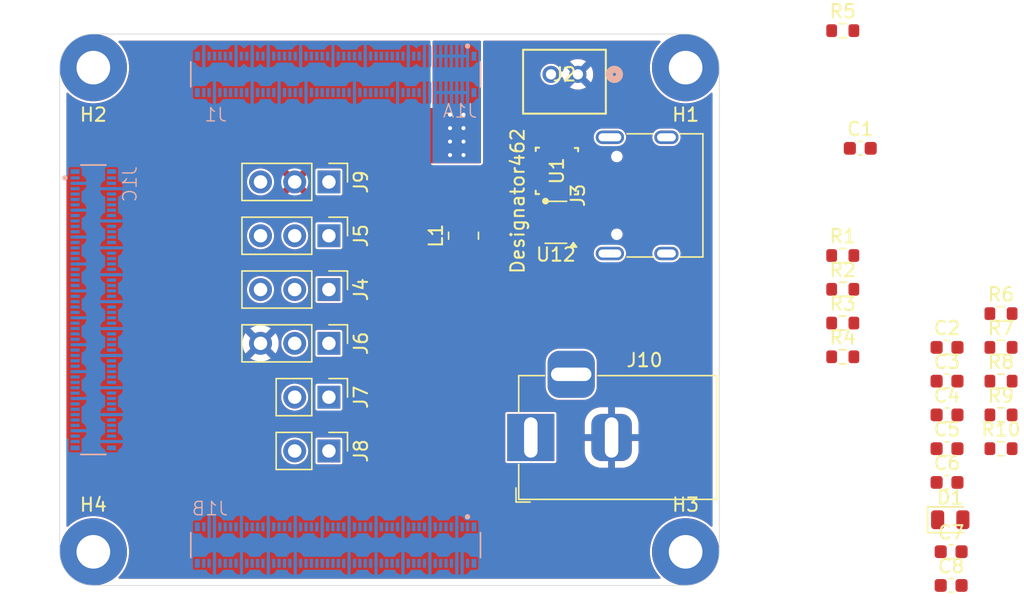
<source format=kicad_pcb>
(kicad_pcb (version 20241229) (generator "pcbnew") (generator_version "9.0")
  (layers (0 "F.Cu" signal) (2 "B.Cu" signal) (13 "F.Paste" user) (15 "B.Paste" user) (5 "F.SilkS" user "F.Silkscreen") (7 "B.SilkS" user "B.Silkscreen") (1 "F.Mask" user) (3 "B.Mask" user) (25 "Edge.Cuts" user))
  (net 0 "")
  (net 9 "/USB_D+")
  (net 14 "/USB_D-")
  (net 19 "V_USB")
  (net 27 "Net-(J3-SHIELD)")
  (net 30 "Net-(J3-CC1)")
  (net 34 "Net-(J3-CC2)")
  (net 42 "Net-(U12-VP)")
  (net 49 "/USB_SOM_D+")
  (net 53 "/USB_SOM_D-")
  (net 59 "VBAT")
  (net 61 "/USB_POW_D-")
  (net 65 "/USB_POW_D+")
  (net 256 "GND")
  (net 259 "Net-(U1-PMID)")
  (net 260 "Net-(D1-A)")
  (net 261 "+5V")
  (net 263 "Net-(J6-Pin_1)")
  (net 265 "Net-(J6-Pin_2)")
  (net 266 "Net-(J7-Pin_1)")
  (net 267 "/SCL")
  (net 268 "/SDA")
  (net 270 "Net-(J8-Pin_1)")
  (net 271 "VREG_OUT")
  (net 272 "Vps")
  (net 273 "Net-(U1-SW)")
  (net 274 "Net-(U1-STAT)")
  (net 275 "Net-(U1-BTST)")
  (net 276 "Net-(U1-REGN)")
  (net 277 "/~{CSn}")
  (footprint "Connector_USB:USB_C_Receptacle_G-Switch_GT-USB-7010ASV" (layer "F.Cu") (at 141.225004 112.645 90)
    (property "Reference" "J3")
    (property "Value" "USB_C_Receptacle_USB2.0_16P")
  )
  (footprint "Resistor_SMD:R_0603_1608Metric" (layer "F.Cu") (at 155.400004 119.625)
    (property "Reference" "R2")
    (property "Value" "5.1k")
  )
  (footprint "MountingHole:MountingHole_2.5mm_Pad_TopBottom" (layer "F.Cu") (at 143.724998 103.145)
    (property "Reference" "H1")
    (property "Value" "MountingHole_Pad")
  )
  (footprint "Resistor_SMD:R_0603_1608Metric" (layer "F.Cu") (at 155.400004 122.135)
    (property "Reference" "R3")
    (property "Value" "5.1k")
  )
  (footprint "BQ25629RYKR:RYK0018A-MFG" (layer "F.Cu") (at 134.163754 110.82 90)
    (property "Reference" "U1")
    (property "Value" "BQ25629RYKR")
  )
  (footprint "MountingHole:MountingHole_2.5mm_Pad_TopBottom" (layer "F.Cu") (at 143.724998 139.145)
    (property "Reference" "H3")
    (property "Value" "MountingHole_Pad")
  )
  (footprint "Inductor_SMD:L_1008_2520Metric_Pad1.43x2.20mm_HandSolder" (layer "F.Cu") (at 127.225004 115.645 90)
    (property "Reference" "L1")
    (property "Value" "L")
  )
  (footprint "Capacitor_SMD:C_0603_1608Metric" (layer "F.Cu") (at 163.145004 128.965)
    (property "Reference" "C4")
    (property "Value" "0.1uf")
  )
  (footprint "Capacitor_SMD:C_0603_1608Metric" (layer "F.Cu") (at 163.145004 126.455)
    (property "Reference" "C3")
    (property "Value" "10uf")
  )
  (footprint "JST_Pins:CONN2_B2B-PH-K-S_JST" (layer "F.Cu") (at 135.725004 103.645)
    (property "Reference" "J2")
    (property "Value" "B2B-PH-K-S")
  )
  (footprint "Package_TO_SOT_SMD:SOT-23-6" (layer "F.Cu") (at 134.087504 114.645 180)
    (property "Reference" "U12")
    (property "Value" "SRV05-4")
  )
  (footprint "Resistor_SMD:R_0603_1608Metric" (layer "F.Cu") (at 167.155004 126.455)
    (property "Reference" "R8")
    (property "Value" "4.7k")
  )
  (footprint "Connector_PinHeader_2.54mm:PinHeader_1x03_P2.54mm_Vertical" (layer "F.Cu") (at 117.225004 123.645 -90)
    (property "Reference" "J6")
    (property "Value" "Conn_01x03")
  )
  (footprint "MountingHole:MountingHole_2.5mm_Pad_TopBottom" (layer "F.Cu") (at 99.725005 103.145)
    (property "Reference" "H2")
    (property "Value" "MountingHole_Pad")
  )
  (footprint "MountingHole:MountingHole_2.5mm_Pad_TopBottom" (layer "F.Cu") (at 99.725005 139.145)
    (property "Reference" "H4")
    (property "Value" "MountingHole_Pad")
  )
  (footprint "Capacitor_SMD:C_0603_1608Metric" (layer "F.Cu") (at 163.145004 131.475)
    (property "Reference" "C5")
    (property "Value" "10uf")
  )
  (footprint "Resistor_SMD:R_0603_1608Metric" (layer "F.Cu") (at 155.400004 100.395)
    (property "Reference" "R5")
    (property "Value" "100k")
  )
  (footprint "Connector_PinHeader_2.54mm:PinHeader_1x02_P2.54mm_Vertical" (layer "F.Cu") (at 117.225004 127.645 -90)
    (property "Reference" "J7")
    (property "Value" "Conn_01x02")
  )
  (footprint "Connector_BarrelJack:BarrelJack_Horizontal" (layer "F.Cu") (at 132.225004 130.645 180)
    (property "Reference" "J10")
    (property "Value" "Barrel_Jack_MountingPin")
  )
  (footprint "Connector_PinHeader_2.54mm:PinHeader_1x02_P2.54mm_Vertical" (layer "F.Cu") (at 117.225004 131.645 -90)
    (property "Reference" "J8")
    (property "Value" "Conn_01x02")
  )
  (footprint "Capacitor_SMD:C_0603_1608Metric" (layer "F.Cu") (at 163.145004 133.985)
    (property "Reference" "C6")
    (property "Value" "0.1uf")
  )
  (footprint "Capacitor_SMD:C_0603_1608Metric" (layer "F.Cu") (at 163.450004 141.645)
    (property "Reference" "C8")
    (property "Value" "47 nF")
  )
  (footprint "Resistor_SMD:R_0603_1608Metric" (layer "F.Cu") (at 155.400004 117.115)
    (property "Reference" "R1")
    (property "Value" "5.1k")
  )
  (footprint "Capacitor_SMD:C_0603_1608Metric" (layer "F.Cu") (at 163.450004 139.135)
    (property "Reference" "C7")
    (property "Value" "4.7 uF")
  )
  (footprint "Connector_PinHeader_2.54mm:PinHeader_1x03_P2.54mm_Vertical" (layer "F.Cu") (at 117.225004 111.645 -90)
    (property "Reference" "J9")
    (property "Value" "Conn_01x03")
  )
  (footprint "Capacitor_SMD:C_0603_1608Metric" (layer "F.Cu") (at 163.145004 123.945)
    (property "Reference" "C2")
    (property "Value" "0.1uf")
  )
  (footprint "Capacitor_SMD:C_0603_1608Metric" (layer "F.Cu") (at 156.700004 109.145)
    (property "Reference" "C1")
    (property "Value" "10uf")
  )
  (footprint "Resistor_SMD:R_0603_1608Metric" (layer "F.Cu") (at 167.155004 131.475)
    (property "Reference" "R10")
    (property "Value" "10K")
  )
  (footprint "Connector_PinHeader_2.54mm:PinHeader_1x03_P2.54mm_Vertical" (layer "F.Cu") (at 117.225004 115.645 -90)
    (property "Reference" "J5")
    (property "Value" "Conn_01x03")
  )
  (footprint "LED_SMD:LED_0805_2012Metric" (layer "F.Cu") (at 163.385004 136.76)
    (property "Reference" "D1")
    (property "Value" "LED")
  )
  (footprint "Connector_PinHeader_2.54mm:PinHeader_1x03_P2.54mm_Vertical" (layer "F.Cu") (at 117.225004 119.645 -90)
    (property "Reference" "J4")
    (property "Value" "Conn_01x03")
  )
  (footprint "Resistor_SMD:R_0603_1608Metric" (layer "F.Cu") (at 167.155004 128.965)
    (property "Reference" "R9")
    (property "Value" "4.7k")
  )
  (footprint "Resistor_SMD:R_0603_1608Metric" (layer "F.Cu") (at 167.155004 121.435)
    (property "Reference" "R6")
    (property "Value" "330")
  )
  (footprint "Resistor_SMD:R_0603_1608Metric" (layer "F.Cu") (at 155.400004 124.645)
    (property "Reference" "R4")
    (property "Value" "1M")
  )
  (footprint "Resistor_SMD:R_0603_1608Metric" (layer "F.Cu") (at 167.155004 123.945)
    (property "Reference" "R7")
    (property "Value" "10K")
  )
  (footprint "footprint_Zynq_SoM:Zynq_SoM" (layer "B.Cu") (at 143.570618 100.148904 180)
    (property "Reference" "J1")
    (property "Value" "Zynq_SoM")
  )
  (gr_arc (start 146.224998 139.145) (mid 145.492765 140.912767) (end 143.724998 141.645) (stroke (width 0.05)) (layer "Edge.Cuts"))
  (gr_line (start 99.725005 141.645) (end 143.724998 141.645) (stroke (width 0.05)) (layer "Edge.Cuts"))
  (gr_arc (start 97.225005 103.145) (mid 97.957238 101.377233) (end 99.725005 100.645) (stroke (width 0.05)) (layer "Edge.Cuts"))
  (gr_line (start 97.225005 103.145) (end 97.225005 139.145) (stroke (width 0.05)) (layer "Edge.Cuts"))
  (gr_line (start 143.724998 100.645) (end 99.725005 100.645) (stroke (width 0.05)) (layer "Edge.Cuts"))
  (gr_line (start 146.224998 139.145) (end 146.224998 103.145) (stroke (width 0.05)) (layer "Edge.Cuts"))
  (gr_arc (start 99.725005 141.645) (mid 97.957238 140.912767) (end 97.225005 139.145) (stroke (width 0.05)) (layer "Edge.Cuts"))
  (gr_arc (start 143.724998 100.645) (mid 145.492765 101.377233) (end 146.224998 103.145) (stroke (width 0.05)) (layer "Edge.Cuts"))
  (segment (start 136.025004 112.895) (end 135.225004 113.695) (width 0.2) (layer "F.Cu") (net 9))
  (segment (start 137.500004 112.895) (end 136.025004 112.895) (width 0.2) (layer "F.Cu") (net 9))
  (segment (start 136.090104 113.9849) (end 136.090104 115.392399) (width 0.2) (layer "F.Cu") (net 14))
  (segment (start 137.500004 113.395) (end 136.680004 113.395) (width 0.2) (layer "F.Cu") (net 14))
  (segment (start 136.680004 113.395) (end 136.090104 113.9849) (width 0.2) (layer "F.Cu") (net 14))
  (segment (start 135.887503 115.595) (end 135.225004 115.595) (width 0.2) (layer "F.Cu") (net 14))
  (segment (start 136.090104 115.392399) (end 135.887503 115.595) (width 0.2) (layer "F.Cu") (net 14))
  (segment (start 135.304755 110.195) (end 135.304755 110.210249) (width 0.2) (layer "F.Cu") (net 19))
  (segment (start 135.820004 110.245) (end 137.500004 110.245) (width 0.2) (layer "F.Cu") (net 19))
  (segment (start 135.304755 110.195) (end 135.770004 110.195) (width 0.2) (layer "F.Cu") (net 19))
  (segment (start 135.304755 110.210249) (end 135.295004 110.22) (width 0.2) (layer "F.Cu") (net 19))
  (segment (start 135.770004 110.195) (end 135.820004 110.245) (width 0.2) (layer "F.Cu") (net 19))
  (via (at 127.225004 108.645) (size 0.6) (drill 0.3) (layers "F.Cu" "B.Cu") (net 261))
  (via (at 126.225004 106.645) (size 0.6) (drill 0.3) (layers "F.Cu" "B.Cu") (net 261))
  (via (at 126.225004 109.645) (size 0.6) (drill 0.3) (layers "F.Cu" "B.Cu") (net 261))
  (via (at 126.225004 108.645) (size 0.6) (drill 0.3) (layers "F.Cu" "B.Cu") (net 261))
  (via (at 127.225004 107.645) (size 0.6) (drill 0.3) (layers "F.Cu" "B.Cu") (net 261))
  (via (at 127.225004 106.645) (size 0.6) (drill 0.3) (layers "F.Cu" "B.Cu") (net 261))
  (via (at 126.225004 107.645) (size 0.6) (drill 0.3) (layers "F.Cu" "B.Cu") (net 261))
  (via (at 127.225004 109.645) (size 0.6) (drill 0.3) (layers "F.Cu" "B.Cu") (net 261))
  (segment (start 131.387503 110.644999) (end 133.213753 110.644999) (width 0.2) (layer "F.Cu") (net 273))
  (segment (start 131.225004 110.4825) (end 131.387503 110.644999) (width 0.2) (layer "F.Cu") (net 273))
  (zone (net 261) (net_name "+5V") (layer "F.Cu") (priority 2) (connect_pads (clearance 0.1524)) (min_thickness 0.1524) (fill yes (thermal_gap 0.5) (thermal_bridge_width 0.5))
    (polygon (pts (xy 128.525004 106.145) (xy 113.225004 106.145) (xy 113.225004 112.845) (xy 116.125004 112.845) (xy 116.125004 110.265) (xy 128.525004 110.265)))
  )
  (zone (net 256) (net_name "GND") (layers "F.Cu" "B.Cu") (connect_pads (clearance 0.1524)) (min_thickness 0.1524) (fill yes (thermal_gap 0.5) (thermal_bridge_width 0.5))
    (polygon (pts (xy 96.225004 99.645) (xy 147.225004 99.645) (xy 147.225004 142.645) (xy 96.225004 142.645)))
  )
  (zone (net 261) (net_name "+5V") (layers "F.Cu" "B.Cu") (priority 1) (connect_pads (clearance 0.1524)) (min_thickness 0.1524) (fill yes (thermal_gap 0.5) (thermal_bridge_width 0.5))
    (polygon (pts (xy 124.925004 100.645) (xy 128.525004 100.645) (xy 128.525004 110.245) (xy 124.925004 110.245)))
  )
)
</source>
